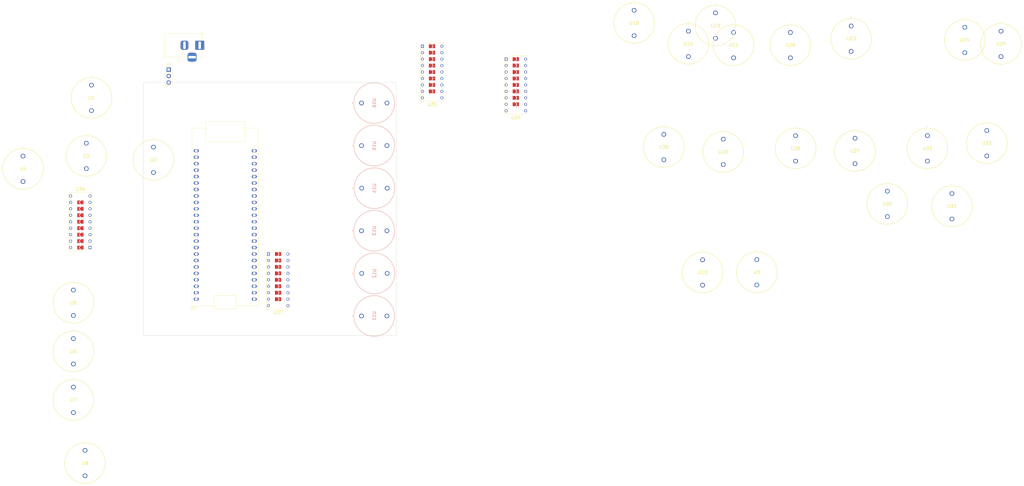
<source format=kicad_pcb>
(kicad_pcb (version 20221018) (generator pcbnew)
  (layers (0 "F.Cu" signal) (31 "B.Cu" signal) (34 "B.Paste" user) (35 "F.Paste" user) (36 "B.SilkS" user "B.Silkscreen") (37 "F.SilkS" user "F.Silkscreen") (38 "B.Mask" user) (39 "F.Mask" user) (44 "Edge.Cuts" user))
  (net 0 "")
  (net 1 "GND")
  (net 2 "Net-(J2-Pin_1)")
  (net 3 "Net-(J2-Pin_2)")
  (net 4 "+5V")
  (net 5 "Net-(U36-O8)")
  (net 6 "Net-(U36-O7)")
  (net 7 "Net-(U36-O6)")
  (net 8 "Net-(U36-O5)")
  (net 9 "Net-(U36-O4)")
  (net 10 "Net-(U36-O3)")
  (net 11 "Net-(U36-O2)")
  (net 12 "Net-(U36-O1)")
  (net 13 "Net-(U37-O8)")
  (net 14 "Net-(U37-O7)")
  (net 15 "Net-(U37-O6)")
  (net 16 "Net-(U37-O5)")
  (net 17 "Net-(U37-O4)")
  (net 18 "Net-(U37-O3)")
  (net 19 "Net-(U37-O2)")
  (net 20 "Net-(U37-O1)")
  (net 21 "Net-(U17-IOB31B{slash}TF_CS{slash}38)")
  (net 22 "Net-(U17-IO31A{slash}TF_MOSI{slash}37)")
  (net 23 "Net-(U17-IOB33A{slash}TF_MISO{slash}39)")
  (net 24 "Net-(U17-IOB29B{slash}TF_SCK{slash}36)")
  (net 25 "Net-(U17-IOB8A{slash}25)")
  (net 26 "Net-(U17-IOB8B{slash}26)")
  (net 27 "Net-(U17-IOB11A{slash}27)")
  (net 28 "Net-(U17-IOB11B{slash}28)")
  (net 29 "Net-(U17-IOB13A{slash}29)")
  (net 30 "Net-(U17-IOB13B{slash}30)")
  (net 31 "Net-(U17-IOB23A{slash}RGB_DE{slash}33)")
  (net 32 "Net-(U17-IOB23B{slash}RGB_VS{slash}34)")
  (net 33 "Net-(U17-IOB33B{slash}RGB_HS{slash}40)")
  (net 34 "Net-(U17-IOB29A{slash}RGB_CK{slash}35)")
  (net 35 "Net-(U17-IOB41A{slash}RGB_B7{slash}41)")
  (net 36 "Net-(U17-IOB41B{slash}RGB_B6{slash}42)")
  (net 37 "Net-(U17-IOR17B{slash}RGB_B5{slash}51)")
  (net 38 "Net-(U17-IOR15B{slash}RGB_B4{slash}53)")
  (net 39 "Net-(U17-IOR15A{slash}RGB_B3{slash}54)")
  (net 40 "Net-(U17-IOR14B{slash}RGB_G7{slash}55)")
  (net 41 "Net-(U17-IOR14A{slash}RGB_G6{slash}56)")
  (net 42 "Net-(U17-IOR13A{slash}RGB_G5{slash}57)")
  (net 43 "Net-(U17-IOT42B{slash}RGB_G4{slash}HDMI_CKN{slash}68)")
  (net 44 "Net-(U17-IOT42A{slash}RGB_G3{slash}HDMI_CKP{slash}69)")
  (net 45 "+3.3V")
  (net 50 "Net-(U17-IOT41B{slash}RGB_G2{slash}HDMI_C0N{slash}70)")
  (net 51 "Net-(U17-IOT41A{slash}RGB_R7{slash}HDMI_D0P{slash}71)")
  (net 52 "Net-(U17-IOT39B{slash}RGB_R6{slash}HDMI_D1N{slash}72)")
  (net 53 "Net-(U17-IOT39A{slash}RGB_R5{slash}HDMI_D1P{slash}73)")
  (net 54 "Net-(U17-IOT38B{slash}RGB_R4{slash}HDMI_D2N{slash}74)")
  (net 55 "Net-(U17-IOT38A{slash}RGB_R3{slash}HDMI_D2P{slash}75)")
  (net 56 "Net-(U17-IOT37B{slash}SPILCD_CK{slash}76)")
  (net 57 "Net-(U17-IOT37A{slash}SPILCD_MO{slash}77)")
  (net 67 "Net-(U34-O1)")
  (net 68 "Net-(U34-O2)")
  (net 69 "Net-(U34-O3)")
  (net 70 "Net-(U34-O4)")
  (net 71 "Net-(U34-O5)")
  (net 72 "Net-(U34-O6)")
  (net 73 "Net-(U34-O7)")
  (net 74 "Net-(U34-O8)")
  (net 75 "Net-(U35-O1)")
  (net 76 "Net-(U35-O2)")
  (net 77 "Net-(U35-O3)")
  (net 78 "Net-(U35-O4)")
  (net 79 "Net-(U35-O5)")
  (net 80 "Net-(U35-O6)")
  (net 81 "Net-(U35-O7)")
  (net 82 "Net-(U35-O8)")
  (footprint "SamacSys_Parts:CUSAT80182400TH" (layer "F.Cu") (at 135.128 72.724)
    (fp_text reference "U2" (at 0 5) (layer "F.SilkS") (effects (font (size 1.27 1.27) (thickness 0.254))))
    (fp_text value "CUSA-T80-18-2400-TH" hide)
    (pad "1" thru_hole circle (at 0 0) (size 1.8 1.8) (drill 1.2) (layers "*.Cu" "*.Mask") (net 6 "Net-(U36-O7)"))
    (pad "2" thru_hole circle (at 0 10) (size 1.8 1.8) (drill 1.2) (layers "*.Cu" "*.Mask") (net 3 "Net-(J2-Pin_2)"))
  )
  (footprint "Connector_PinHeader_2.54mm:PinHeader_1x03_P2.54mm_Vertical" (layer "F.Cu") (at 141.103 42.228)
    (fp_text reference "J2" (at 0 -2.33) (layer "F.SilkS"))
    (fp_text value "Conn_01x03")
    (pad "1" thru_hole rect (at 0 0) (size 1.7 1.7) (drill 1) (layers "*.Cu" "*.Mask") (net 2 "Net-(J2-Pin_1)"))
    (pad "2" thru_hole oval (at 0 2.54) (size 1.7 1.7) (drill 1) (layers "*.Cu" "*.Mask") (net 3 "Net-(J2-Pin_2)"))
    (pad "3" thru_hole oval (at 0 5.08) (size 1.7 1.7) (drill 1) (layers "*.Cu" "*.Mask") (net 4 "+5V"))
  )
  (footprint "SamacSys_Parts:CUSAT80182400TH" (layer "F.Cu") (at 454.152 25.56)
    (fp_text reference "U24" (at 0 5) (layer "F.SilkS") (effects (font (size 1.27 1.27) (thickness 0.254))))
    (fp_text value "CUSA-T80-18-2400-TH" hide)
    (pad "1" thru_hole circle (at 0 0) (size 1.8 1.8) (drill 1.2) (layers "*.Cu" "*.Mask") (net 73 "Net-(U34-O7)"))
    (pad "2" thru_hole circle (at 0 10) (size 1.8 1.8) (drill 1.2) (layers "*.Cu" "*.Mask") (net 3 "Net-(J2-Pin_2)"))
  )
  (footprint "SamacSys_Parts:CUSAT80182400TH" (layer "F.Cu") (at 345.44 27.084)
    (fp_text reference "U22" (at 0 5) (layer "F.SilkS") (effects (font (size 1.27 1.27) (thickness 0.254))))
    (fp_text value "CUSA-T80-18-2400-TH" hide)
    (pad "1" thru_hole circle (at 0 0) (size 1.8 1.8) (drill 1.2) (layers "*.Cu" "*.Mask") (net 71 "Net-(U34-O5)"))
    (pad "2" thru_hole circle (at 0 10) (size 1.8 1.8) (drill 1.2) (layers "*.Cu" "*.Mask") (net 3 "Net-(J2-Pin_2)"))
  )
  (footprint "SamacSys_Parts:CUSAT80182400TH" (layer "F.Cu") (at 103.632 148.112)
    (fp_text reference "U6" (at 0 5) (layer "F.SilkS") (effects (font (size 1.27 1.27) (thickness 0.254))))
    (fp_text value "CUSA-T80-18-2400-TH" hide)
    (pad "1" thru_hole circle (at 0 0) (size 1.8 1.8) (drill 1.2) (layers "*.Cu" "*.Mask") (net 10 "Net-(U36-O3)"))
    (pad "2" thru_hole circle (at 0 10) (size 1.8 1.8) (drill 1.2) (layers "*.Cu" "*.Mask") (net 3 "Net-(J2-Pin_2)"))
  )
  (footprint "SamacSys_Parts:CUSAT80182400TH" (layer "F.Cu") (at 462.788 66.2)
    (fp_text reference "U32" (at 0 5) (layer "F.SilkS") (effects (font (size 1.27 1.27) (thickness 0.254))))
    (fp_text value "CUSA-T80-18-2400-TH" hide)
    (pad "1" thru_hole circle (at 0 0) (size 1.8 1.8) (drill 1.2) (layers "*.Cu" "*.Mask") (net 81 "Net-(U35-O7)"))
    (pad "2" thru_hole circle (at 0 10) (size 1.8 1.8) (drill 1.2) (layers "*.Cu" "*.Mask") (net 3 "Net-(J2-Pin_2)"))
  )
  (footprint "SamacSys_Parts:CUSAT80182400TH" (layer "F.Cu") (at 110.744 48.34)
    (fp_text reference "U1" (at 0 5) (layer "F.SilkS") (effects (font (size 1.27 1.27) (thickness 0.254))))
    (fp_text value "CUSA-T80-18-2400-TH" hide)
    (pad "1" thru_hole circle (at 0 0) (size 1.8 1.8) (drill 1.2) (layers "*.Cu" "*.Mask") (net 5 "Net-(U36-O8)"))
    (pad "2" thru_hole circle (at 0 10) (size 1.8 1.8) (drill 1.2) (layers "*.Cu" "*.Mask") (net 3 "Net-(J2-Pin_2)"))
  )
  (footprint "SamacSys_Parts:CUSAT80182400TH" (layer "F.Cu") (at 409.448 25.052)
    (fp_text reference "U23" (at 0 5) (layer "F.SilkS") (effects (font (size 1.27 1.27) (thickness 0.254))))
    (fp_text value "CUSA-T80-18-2400-TH" hide)
    (pad "1" thru_hole circle (at 0 0) (size 1.8 1.8) (drill 1.2) (layers "*.Cu" "*.Mask") (net 72 "Net-(U34-O6)"))
    (pad "2" thru_hole circle (at 0 10) (size 1.8 1.8) (drill 1.2) (layers "*.Cu" "*.Mask") (net 3 "Net-(J2-Pin_2)"))
  )
  (footprint "SamacSys_Parts:CUSAT80182400TH" (layer "F.Cu") (at 103.632 129.012)
    (fp_text reference "U5" (at 0 5) (layer "F.SilkS") (effects (font (size 1.27 1.27) (thickness 0.254))))
    (fp_text value "CUSA-T80-18-2400-TH" hide)
    (pad "1" thru_hole circle (at 0 0) (size 1.8 1.8) (drill 1.2) (layers "*.Cu" "*.Mask") (net 9 "Net-(U36-O4)"))
    (pad "2" thru_hole circle (at 0 10) (size 1.8 1.8) (drill 1.2) (layers "*.Cu" "*.Mask") (net 3 "Net-(J2-Pin_2)"))
  )
  (footprint "SamacSys_Parts:CUSAT80182400TH" (layer "F.Cu") (at 335.788 67.724)
    (fp_text reference "U26" (at 0 5) (layer "F.SilkS") (effects (font (size 1.27 1.27) (thickness 0.254))))
    (fp_text value "CUSA-T80-18-2400-TH" hide)
    (pad "1" thru_hole circle (at 0 0) (size 1.8 1.8) (drill 1.2) (layers "*.Cu" "*.Mask") (net 75 "Net-(U35-O1)"))
    (pad "2" thru_hole circle (at 0 10) (size 1.8 1.8) (drill 1.2) (layers "*.Cu" "*.Mask") (net 3 "Net-(J2-Pin_2)"))
  )
  (footprint "SamacSys_Parts:CUSAT80182400TH" (layer "F.Cu") (at 449.072 91.012)
    (fp_text reference "U31" (at 0 5) (layer "F.SilkS") (effects (font (size 1.27 1.27) (thickness 0.254))))
    (fp_text value "CUSA-T80-18-2400-TH" hide)
    (pad "1" thru_hole circle (at 0 0) (size 1.8 1.8) (drill 1.2) (layers "*.Cu" "*.Mask") (net 80 "Net-(U35-O6)"))
    (pad "2" thru_hole circle (at 0 10) (size 1.8 1.8) (drill 1.2) (layers "*.Cu" "*.Mask") (net 3 "Net-(J2-Pin_2)"))
  )
  (footprint "SamacSys_Parts:CUSAT80182400TH" (layer "F.Cu") (at 410.972 69.248)
    (fp_text reference "U27" (at 0 5) (layer "F.SilkS") (effects (font (size 1.27 1.27) (thickness 0.254))))
    (fp_text value "CUSA-T80-18-2400-TH" hide)
    (pad "1" thru_hole circle (at 0 0) (size 1.8 1.8) (drill 1.2) (layers "*.Cu" "*.Mask") (net 76 "Net-(U35-O2)"))
    (pad "2" thru_hole circle (at 0 10) (size 1.8 1.8) (drill 1.2) (layers "*.Cu" "*.Mask") (net 3 "Net-(J2-Pin_2)"))
  )
  (footprint "Connector_BarrelJack:BarrelJack_Horizontal" (layer "F.Cu") (at 153.303 32.633)
    (fp_text reference "J1" (at -8.45 5.75) (layer "F.SilkS"))
    (fp_text value "Barrel_Jack_Switch")
    (pad "1" thru_hole rect (at 0 0) (size 3.5 3.5) (drill oval 1 3) (layers "*.Cu" "*.Mask") (net 1 "GND"))
    (pad "2" thru_hole roundrect (at -6 0) (size 3 3.5) (drill oval 1 3) (layers "*.Cu" "*.Mask") (net 1 "GND"))
    (pad "3" thru_hole roundrect (at -3 4.7) (size 3.5 3.5) (drill oval 3 1) (layers "*.Cu" "*.Mask") (net 2 "Net-(J2-Pin_1)"))
  )
  (footprint "MyLibrary:DIP762W55P254L2286H480Q18N_with_solderjumper" (layer "F.Cu") (at 106.352 102.108 180)
    (fp_text reference "U36" (at 0 12.827) (layer "F.SilkS") (effects (font (size 1.27 1.27) (thickness 0.254))))
    (fp_text value "ULN2803A" hide)
    (pad "1" thru_hole rect (at -3.81 -10.16 180) (size 1.15 1.15) (drill 0.75) (layers "*.Cu" "*.Mask") (net 57 "Net-(U17-IOT37A{slash}SPILCD_MO{slash}77)"))
    (pad "1" smd custom (at -0.762 -10.16 180) (size 0.3 0.3) (layers "F.Cu" "F.Mask") (net 57 "Net-(U17-IOT37A{slash}SPILCD_MO{slash}77)") (options (clearance outline) (anchor rect)) (primitives (gr_poly (pts (xy 1 0) (xy 0.5 0.75) (xy -0.5 0.75) (xy -0.5 -0.75) (xy 0.5 -0.75)) (width 0) (fill yes))))
    (pad "2" thru_hole circle (at -3.81 -7.62 180) (size 1.15 1.15) (drill 0.75) (layers "*.Cu" "*.Mask") (net 56 "Net-(U17-IOT37B{slash}SPILCD_CK{slash}76)"))
    (pad "2" smd custom (at -0.762 -7.62 180) (size 0.3 0.3) (layers "F.Cu" "F.Mask") (net 56 "Net-(U17-IOT37B{slash}SPILCD_CK{slash}76)") (options (clearance outline) (anchor rect)) (primitives (gr_poly (pts (xy 1 0) (xy 0.5 0.75) (xy -0.5 0.75) (xy -0.5 -0.75) (xy 0.5 -0.75)) (width 0) (fill yes))))
    (pad "3" thru_hole circle (at -3.81 -5.08 180) (size 1.15 1.15) (drill 0.75) (layers "*.Cu" "*.Mask") (net 55 "Net-(U17-IOT38A{slash}RGB_R3{slash}HDMI_D2P{slash}75)"))
    (pad "3" smd custom (at -0.762 -5.08 180) (size 0.3 0.3) (layers "F.Cu" "F.Mask") (net 55 "Net-(U17-IOT38A{slash}RGB_R3{slash}HDMI_D2P{slash}75)") (options (clearance outline) (anchor rect)) (primitives (gr_poly (pts (xy 1 0) (xy 0.5 0.75) (xy -0.5 0.75) (xy -0.5 -0.75) (xy 0.5 -0.75)) (width 0) (fill yes))))
    (pad "4" thru_hole circle (at -3.81 -2.54 180) (size 1.15 1.15) (drill 0.75) (layers "*.Cu" "*.Mask") (net 54 "Net-(U17-IOT38B{slash}RGB_R4{slash}HDMI_D2N{slash}74)"))
    (pad "4" smd custom (at -0.762 -2.54 180) (size 0.3 0.3) (layers "F.Cu" "F.Mask") (net 54 "Net-(U17-IOT38B{slash}RGB_R4{slash}HDMI_D2N{slash}74)") (options (clearance outline) (anchor rect)) (primitives (gr_poly (pts (xy 1 0) (xy 0.5 0.75) (xy -0.5 0.75) (xy -0.5 -0.75) (xy 0.5 -0.75)) (width 0) (fill yes))))
    (pad "5" thru_hole circle (at -3.81 0 180) (size 1.15 1.15) (drill 0.75) (layers "*.Cu" "*.Mask") (net 53 "Net-(U17-IOT39A{slash}RGB_R5{slash}HDMI_D1P{slash}73)"))
    (pad "5" smd custom (at -0.762 0 180) (size 0.3 0.3) (layers "F.Cu" "F.Mask") (net 53 "Net-(U17-IOT39A{slash}RGB_R5{slash}HDMI_D1P{slash}73)") (options (clearance outline) (anchor rect)) (primitives (gr_poly (pts (xy 1 0) (xy 0.5 0.75) (xy -0.5 0.75) (xy -0.5 -0.75) (xy 0.5 -0.75)) (width 0) (fill yes))))
    (pad "6" thru_hole circle (at -3.81 2.54 180) (size 1.15 1.15) (drill 0.75) (layers "*.Cu" "*.Mask") (net 52 "Net-(U17-IOT39B{slash}RGB_R6{slash}HDMI_D1N{slash}72)"))
    (pad "6" smd custom (at -0.762 2.54 180) (size 0.3 0.3) (layers "F.Cu" "F.Mask") (net 52 "Net-(U17-IOT39B{slash}RGB_R6{slash}HDMI_D1N{slash}72)") (options (clearance outline) (anchor rect)) (primitives (gr_poly (pts (xy 1 0) (xy 0.5 0.75) (xy -0.5 0.75) (xy -0.5 -0.75) (xy 0.5 -0.75)) (width 0) (fill yes))))
    (pad "7" thru_hole circle (at -3.81 5.08 180) (size 1.15 1.15) (drill 0.75) (layers "*.Cu" "*.Mask") (net 51 "Net-(U17-IOT41A{slash}RGB_R7{slash}HDMI_D0P{slash}71)"))
    (pad "7" smd custom (at -0.762 5.08 180) (size 0.3 0.3) (layers "F.Cu" "F.Mask") (net 51 "Net-(U17-IOT41A{slash}RGB_R7{slash}HDMI_D0P{slash}71)") (options (clearance outline) (anchor rect)) (primitives (gr_poly (pts (xy 1 0) (xy 0.5 0.75) (xy -0.5 0.75) (xy -0.5 -0.75) (xy 0.5 -0.75)) (width 0) (fill yes))))
    (pad "8" thru_hole circle (at -3.81 7.62 180) (size 1.15 1.15) (drill 0.75) (layers "*.Cu" "*.Mask") (net 50 "Net-(U17-IOT41B{slash}RGB_G2{slash}HDMI_C0N{slash}70)"))
    (pad "8" smd custom (at -0.762 7.62 180) (size 0.3 0.3) (layers "F.Cu" "F.Mask") (net 50 "Net-(U17-IOT41B{slash}RGB_G2{slash}HDMI_C0N{slash}70)") (options (clearance outline) (anchor rect)) (primitives (gr_poly (pts (xy 1 0) (xy 0.5 0.75) (xy -0.5 0.75) (xy -0.5 -0.75) (xy 0.5 -0.75)) (width 0) (fill yes))))
    (pad "9" thru_hole circle (at -3.81 10.16 180) (size 1.15 1.15) (drill 0.75) (layers "*.Cu" "*.Mask") (net 1 "GND"))
    (pad "10" thru_hole circle (at 3.81 10.16 180) (size 1.15 1.15) (drill 0.75) (layers "*.Cu" "*.Mask"))
    (pad "11" smd custom (at 0.688 7.62 180) (size 0.3 0.3) (layers "F.Cu" "F.Mask") (net 5 "Net-(U36-O8)") (options (clearance outline) (anchor rect)) (primitives (gr_poly (pts (xy 0.5 0.75) (xy -0.65 0.75) (xy -0.15 0) (xy -0.65 -0.75) (xy 0.5 -0.75)) (width 0) (fill yes))))
    (pad "11" thru_hole circle (at 3.81 7.62 180) (size 1.15 1.15) (drill 0.75) (layers "*.Cu" "*.Mask") (net 5 "Net-(U36-O8)"))
    (pad "12" smd custom (at 0.688 5.08 180) (size 0.3 0.3) (layers "F.Cu" "F.Mask") (net 6 "Net-(U36-O7)") (options (clearance outline) (anchor rect)) (primitives (gr_poly (pts (xy 0.5 0.75) (xy -0.65 0.75) (xy -0.15 0) (xy -0.65 -0.75) (xy 0.5 -0.75)) (width 0) (fill yes))))
    (pad "12" thru_hole circle (at 3.81 5.08 180) (size 1.15 1.15) (drill 0.75) (layers "*.Cu" "*.Mask") (net 6 "Net-(U36-O7)"))
    (pad "13" smd custom (at 0.688 2.54 180) (size 0.3 0.3) (layers "F.Cu" "F.Mask") (net 7 "Net-(U36-O6)") (options (clearance outline) (anchor rect)) (primitives (gr_poly (pts (xy 0.5 0.75) (xy -0.65 0.75) (xy -0.15 0) (xy -0.65 -0.75) (xy 0.5 -0.75)) (width 0) (fill yes))))
    (pad "13" thru_hole circle (at 3.81 2.54 180) (size 1.15 1.15) (drill 0.75) (layers "*.Cu" "*.Mask") (net 7 "Net-(U36-O6)"))
    (pad "14" smd custom (at 0.688 0 180) (size 0.3 0.3) (layers "F.Cu" "F.Mask") (net 8 "Net-(U36-O5)") (options (clearance outline) (anchor rect)) (primitives (gr_poly (pts (xy 0.5 0.75) (xy -0.65 0.75) (xy -0.15 0) (xy -0.65 -0.75) (xy 0.5 -0.75)) (width 0) (fill yes))))
    (pad "14" thru_hole circle (at 3.81 0 180) (size 1.15 1.15) (drill 0.75) (layers "*.Cu" "*.Mask") (net 8 "Net-(U36-O5)"))
    (pad "15" smd custom (at 0.688 -2.54 180) (size 0.3 0.3) (layers "F.Cu" "F.Mask") (net 9 "Net-(U36-O4)") (options (clearance outline) (anchor rect)) (primitives (gr_poly (pts (xy 0.5 0.75) (xy -0.65 0.75) (xy -0.15 0) (xy -0.65 -0.75) (xy 0.5 -0.75)) (width 0) (fill yes))))
    (pad "15" thru_hole circle (at 3.81 -2.54 180) (size 1.15 1.15) (drill 0.75) (layers "*.Cu" "*.Mask") (net 9 "Net-(U36-O4)"))
    (pad "16" smd custom (at 0.688 -5.08 180) (size 0.3 0.3) (layers "F.Cu" "F.Mask") (net 10 "Net-(U36-O3)") (options (clearance outline) (anchor rect)) (primitives (gr_poly (pts (xy 0.5 0.75) (xy -0.65 0.75) (xy -0.15 0) (xy -0.65 -0.75) (xy 0.5 -0.75)) (width 0) (fill yes))))
    (pad "16" thru_hole circle (at 3.81 -5.08 180) (size 1.15 1.15) (drill 0.75) (layers "*.Cu" "*.Mask") (net 10 "Net-(U36-O3)"))
    (pad "17" smd custom (at 0.688 -7.62 180) (size 0.3 0.3) (layers "F.Cu" "F.Mask") (net 11 "Net-(U36-O2)") (options (clearance outline) (anchor rect)) (primitives (gr_poly (pts (xy 0.5 0.75) (xy -0.65 0.75) (xy -0.15 0) (xy -0.65 -0.75) (xy 0.5 -0.75)) (width 0) (fill yes))))
    (pad "17" thru_hole circle (at 3.81 -7.62 180) (size 1.15 1.15) (drill 0.75) (layers "*.Cu" "*.Mask") (net 11 "Net-(U36-O2)"))
    (pad "18" smd custom (at 0.688 -10.16 180) (size 0.3 0.3) (layers "F.Cu" "F.Mask") (net 12 "Net-(U36-O1)") (options (clearance outline) (anchor rect)) (primitives (gr_poly (pts (xy 0.5 0.75) (xy -0.65 0.75) (xy -0.15 0) (xy -0.65 -0.75) (xy 0.5 -0.75)) (width 0) (fill yes))))
    (pad "18" thru_hole circle (at 3.81 -10.16 180) (size 1.15 1.15) (drill 0.75) (layers "*.Cu" "*.Mask") (net 12 "Net-(U36-O1)"))
  )
  (footprint "MyLibrary:DIP762W55P254L2286H480Q18N_with_solderjumper" (layer "F.Cu") (at 184.15 124.968)
    (fp_text reference "U37" (at 0 12.827) (layer "F.SilkS") (effects (font (size 1.27 1.27) (thickness 0.254))))
    (fp_text value "ULN2803A" hide)
    (pad "1" thru_hole rect (at -3.81 -10.16) (size 1.15 1.15) (drill 0.75) (layers "*.Cu" "*.Mask") (net 28 "Net-(U17-IOB11B{slash}28)"))
    (pad "1" smd custom (at -0.762 -10.16) (size 0.3 0.3) (layers "F.Cu" "F.Mask") (net 28 "Net-(U17-IOB11B{slash}28)") (options (clearance outline) (anchor rect)) (primitives (gr_poly (pts (xy 1 0) (xy 0.5 0.75) (xy -0.5 0.75) (xy -0.5 -0.75) (xy 0.5 -0.75)) (width 0) (fill yes))))
    (pad "2" thru_hole circle (at -3.81 -7.62) (size 1.15 1.15) (drill 0.75) (layers "*.Cu" "*.Mask") (net 27 "Net-(U17-IOB11A{slash}27)"))
    (pad "2" smd custom (at -0.762 -7.62) (size 0.3 0.3) (layers "F.Cu" "F.Mask") (net 27 "Net-(U17-IOB11A{slash}27)") (options (clearance outline) (anchor rect)) (primitives (gr_poly (pts (xy 1 0) (xy 0.5 0.75) (xy -0.5 0.75) (xy -0.5 -0.75) (xy 0.5 -0.75)) (width 0) (fill yes))))
    (pad "3" thru_hole circle (at -3.81 -5.08) (size 1.15 1.15) (drill 0.75) (layers "*.Cu" "*.Mask") (net 26 "Net-(U17-IOB8B{slash}26)"))
    (pad "3" smd custom (at -0.762 -5.08) (size 0.3 0.3) (layers "F.Cu" "F.Mask") (net 26 "Net-(U17-IOB8B{slash}26)") (options (clearance outline) (anchor rect)) (primitives (gr_poly (pts (xy 1 0) (xy 0.5 0.75) (xy -0.5 0.75) (xy -0.5 -0.75) (xy 0.5 -0.75)) (width 0) (fill yes))))
    (pad "4" thru_hole circle (at -3.81 -2.54) (size 1.15 1.15) (drill 0.75) (layers "*.Cu" "*.Mask") (net 25 "Net-(U17-IOB8A{slash}25)"))
    (pad "4" smd custom (at -0.762 -2.54) (size 0.3 0.3) (layers "F.Cu" "F.Mask") (net 25 "Net-(U17-IOB8A{slash}25)") (options (clearance outline) (anchor rect)) (primitives (gr_poly (pts (xy 1 0) (xy 0.5 0.75) (xy -0.5 0.75) (xy -0.5 -0.75) (xy 0.5 -0.75)) (width 0) (fill yes))))
    (pad "5" thru_hole circle (at -3.81 0) (size 1.15 1.15) (drill 0.75) (layers "*.Cu" "*.Mask") (net 24 "Net-(U17-IOB29B{slash}TF_SCK{slash}36)"))
    (pad "5" smd custom (at -0.762 0) (size 0.3 0.3) (layers "F.Cu" "F.Mask") (net 24 "Net-(U17-IOB29B{slash}TF_SCK{slash}36)") (options (clearance outline) (anchor rect)) (primitives (gr_poly (pts (xy 1 0) (xy 0.5 0.75) (xy -0.5 0.75) (xy -0.5 -0.75) (xy 0.5 -0.75)) (width 0) (fill yes))))
    (pad "6" thru_hole circle (at -3.81 2.54) (size 1.15 1.15) (drill 0.75) (layers "*.Cu" "*.Mask") (net 23 "Net-(U17-IOB33A{slash}TF_MISO{slash}39)"))
    (pad "6" smd custom (at -0.762 2.54) (size 0.3 0.3) (layers "F.Cu" "F.Mask") (net 23 "Net-(U17-IOB33A{slash}TF_MISO{slash}39)") (options (clearance outline) (anchor rect)) (primitives (gr_poly (pts (xy 1 0) (xy 0.5 0.75) (xy -0.5 0.75) (xy -0.5 -0.75) (xy 0.5 -0.75)) (width 0) (fill yes))))
    (pad "7" thru_hole circle (at -3.81 5.08) (size 1.15 1.15) (drill 0.75) (layers "*.Cu" "*.Mask") (net 22 "Net-(U17-IO31A{slash}TF_MOSI{slash}37)"))
    (pad "7" smd custom (at -0.762 5.08) (size 0.3 0.3) (layers "F.Cu" "F.Mask") (net 22 "Net-(U17-IO31A{slash}TF_MOSI{slash}37)") (options (clearance outline) (anchor rect)) (primitives (gr_poly (pts (xy 1 0) (xy 0.5 0.75) (xy -0.5 0.75) (xy -0.5 -0.75) (xy 0.5 -0.75)) (width 0) (fill yes))))
    (pad "8" thru_hole circle (at -3.81 7.62) (size 1.15 1.15) (drill 0.75) (layers "*.Cu" "*.Mask") (net 21 "Net-(U17-IOB31B{slash}TF_CS{slash}38)"))
    (pad "8" smd custom (at -0.762 7.62) (size 0.3 0.3) (layers "F.Cu" "F.Mask") (net 21 "Net-(U17-IOB31B{slash}TF_CS{slash}38)") (options (clearance outline) (anchor rect)) (primitives (gr_poly (pts (xy 1 0) (xy 0.5 0.75) (xy -0.5 0.75) (xy -0.5 -0.75) (xy 0.5 -0.75)) (width 0) (fill yes))))
    (pad "9" thru_hole circle (at -3.81 10.16) (size 1.15 1.15) (drill 0.75) (layers "*.Cu" "*.Mask") (net 1 "GND"))
    (pad "10" thru_hole circle (at 3.81 10.16) (size 1.15 1.15) (drill 0.75) (layers "*.Cu" "*.Mask"))
    (pad "11" smd custom (at 0.688 7.62) (size 0.3 0.3) (layers "F.Cu" "F.Mask") (net 13 "Net-(U37-O8)") (options (clearance outline) (anchor rect)) (primitives (gr_poly (pts (xy 0.5 0.75) (xy -0.65 0.75) (xy -0.15 0) (xy -0.65 -0.75) (xy 0.5 -0.75)) (width 0) (fill yes))))
    (pad "11" thru_hole circle (at 3.81 7.62) (size 1.15 1.15) (drill 0.75) (layers "*.Cu" "*.Mask") (net 13 "Net-(U37-O8)"))
    (pad "12" smd custom (at 0.688 5.08) (size 0.3 0.3) (layers "F.Cu" "F.Mask") (net 14 "Net-(U37-O7)") (options (clearance outline) (anchor rect)) (primitives (gr_poly (pts (xy 0.5 0.75) (xy -0.65 0.75) (xy -0.15 0) (xy -0.65 -0.75) (xy 0.5 -0.75)) (width 0) (fill yes))))
    (pad "12" thru_hole circle (at 3.81 5.08) (size 1.15 1.15) (drill 0.75) (layers "*.Cu" "*.Mask") (net 14 "Net-(U37-O7)"))
    (pad "13" smd custom (at 0.688 2.54) (size 0.3 0.3) (layers "F.Cu" "F.Mask") (net 15 "Net-(U37-O6)") (options (clearance outline) (anchor rect)) (primitives (gr_poly (pts (xy 0.5 0.75) (xy -0.65 0.75) (xy -0.15 0) (xy -0.65 -0.75) (xy 0.5 -0.75)) (width 0) (fill yes))))
    (pad "13" thru_hole circle (at 3.81 2.54) (size 1.15 1.15) (drill 0.75) (layers "*.Cu" "*.Mask") (net 15 "Net-(U37-O6)"))
    (pad "14" smd custom (at 0.688 0) (size 0.3 0.3) (layers "F.Cu" "F.Mask") (net 16 "Net-(U37-O5)") (options (clearance outline) (anchor rect)) (primitives (gr_poly (pts (xy 0.5 0.75) (xy -0.65 0.75) (xy -0.15 0) (xy -0.65 -0.75) (xy 0.5 -0.75)) (width 0) (fill yes))))
    (pad "14" thru_hole circle (at 3.81 0) (size 1.15 1.15) (drill 0.75) (layers "*.Cu" "*.Mask") (net 16 "Net-(U37-O5)"))
    (pad "15" smd custom (at 0.688 -2.54) (size 0.3 0.3) (layers "F.Cu" "F.Mask") (net 17 "Net-(U37-O4)") (options (clearance outline) (anchor rect)) (primitives (gr_poly (pts (xy 0.5 0.75) (xy -0.65 0.75) (xy -0.15 0) (xy -0.65 -0.75) (xy 0.5 -0.75)) (width 0) (fill yes))))
    (pad "15" thru_hole circle (at 3.81 -2.54) (size 1.15 1.15) (drill 0.75) (layers "*.Cu" "*.Mask") (net 17 "Net-(U37-O4)"))
    (pad "16" smd custom (at 0.688 -5.08) (size 0.3 0.3) (layers "F.Cu" "F.Mask") (net 18 "Net-(U37-O3)") (options (clearance outline) (anchor rect)) (primitives (gr_poly (pts (xy 0.5 0.75) (xy -0.65 0.75) (xy -0.15 0) (xy -0.65 -0.75) (xy 0.5 -0.75)) (width 0) (fill yes))))
    (pad "16" thru_hole circle (at 3.81 -5.08) (size 1.15 1.15) (drill 0.75) (layers "*.Cu" "*.Mask") (net 18 "Net-(U37-O3)"))
    (pad "17" smd custom (at 0.688 -7.62) (size 0.3 0.3) (layers "F.Cu" "F.Mask") (net 19 "Net-(U37-O2)") (options (clearance outline) (anchor rect)) (primitives (gr_poly (pts (xy 0.5 0.75) (xy -0.65 0.75) (xy -0.15 0) (xy -0.65 -0.75) (xy 0.5 -0.75)) (width 0) (fill yes))))
    (pad "17" thru_hole circle (at 3.81 -7.62) (size 1.15 1.15) (drill 0.75) (layers "*.Cu" "*.Mask") (net 19 "Net-(U37-O2)"))
    (pad "18" smd custom (at 0.688 -10.16) (size 0.3 0.3) (layers "F.Cu" "F.Mask") (net 20 "Net-(U37-O1)") (options (clearance outline) (anchor rect)) (primitives (gr_poly (pts (xy 0.5 0.75) (xy -0.65 0.75) (xy -0.15 0) (xy -0.65 -0.75) (xy 0.5 -0.75)) (width 0) (fill yes))))
    (pad "18" thru_hole circle (at 3.81 -10.16) (size 1.15 1.15) (drill 0.75) (layers "*.Cu" "*.Mask") (net 20 "Net-(U37-O1)"))
  )
  (footprint "SamacSys_Parts:CUSAT80182400TH" (layer "F.Cu") (at 108.712 71.2)
    (fp_text reference "U3" (at 0 5) (layer "F.SilkS") (effects (font (size 1.27 1.27) (thickness 0.254))))
    (fp_text value "CUSA-T80-18-2400-TH" hide)
    (pad "1" thru_hole circle (at 0 0) (size 1.8 1.8) (drill 1.2) (layers "*.Cu" "*.Mask") (net 7 "Net-(U36-O6)"))
    (pad "2" thru_hole circle (at 0 10) (size 1.8 1.8) (drill 1.2) (layers "*.Cu" "*.Mask") (net 3 "Net-(J2-Pin_2)"))
  )
  (footprint "SamacSys_Parts:CUSAT80182400TH" (layer "F.Cu") (at 372.364 117)
    (fp_text reference "U9" (at 0 5) (layer "F.SilkS") (effects (font (size 1.27 1.27) (thickness 0.254))))
    (fp_text value "CUSA-T80-18-2400-TH" hide)
    (pad "1" thru_hole circle (at 0 0) (size 1.8 1.8) (drill 1.2) (layers "*.Cu" "*.Mask") (net 13 "Net-(U37-O8)"))
    (pad "2" thru_hole circle (at 0 10) (size 1.8 1.8) (drill 1.2) (layers "*.Cu" "*.Mask") (net 3 "Net-(J2-Pin_2)"))
  )
  (footprint "SamacSys_Parts:CUSAT80182400TH" (layer "F.Cu") (at 351.028 117.08)
    (fp_text reference "U10" (at 0 5) (layer "F.SilkS") (effects (font (size 1.27 1.27) (thickness 0.254))))
    (fp_text value "CUSA-T80-18-2400-TH" hide)
    (pad "1" thru_hole circle (at 0 0) (size 1.8 1.8) (drill 1.2) (layers "*.Cu" "*.Mask") (net 14 "Net-(U37-O7)"))
    (pad "2" thru_hole circle (at 0 10) (size 1.8 1.8) (drill 1.2) (layers "*.Cu" "*.Mask") (net 3 "Net-(J2-Pin_2)"))
  )
  (footprint "SamacSys_Parts:CUSAT80182400TH" (layer "F.Cu") (at 387.604 68.232)
    (fp_text reference "U28" (at 0 5) (layer "F.SilkS") (effects (font (size 1.27 1.27) (thickness 0.254))))
    (fp_text value "CUSA-T80-18-2400-TH" hide)
    (pad "1" thru_hole circle (at 0 0) (size 1.8 1.8) (drill 1.2) (layers "*.Cu" "*.Mask") (net 77 "Net-(U35-O3)"))
    (pad "2" thru_hole circle (at 0 10) (size 1.8 1.8) (drill 1.2) (layers "*.Cu" "*.Mask") (net 3 "Net-(J2-Pin_2)"))
  )
  (footprint "SamacSys_Parts:CUSAT80182400TH" (layer "F.Cu") (at 324.104 18.876)
    (fp_text reference "U18" (at 0 5) (layer "F.SilkS") (effects (font (size 1.27 1.27) (thickness 0.254))))
    (fp_text value "CUSA-T80-18-2400-TH" hide)
    (pad "1" thru_hole circle (at 0 0) (size 1.8 1.8) (drill 1.2) (layers "*.Cu" "*.Mask") (net 67 "Net-(U34-O1)"))
    (pad "2" thru_hole circle (at 0 10) (size 1.8 1.8) (drill 1.2) (layers "*.Cu" "*.Mask") (net 3 "Net-(J2-Pin_2)"))
  )
  (footprint "MyLibrary:DIP762W55P254L2286H480Q18N_with_solderjumper" (layer "F.Cu") (at 277.622 48.26)
    (fp_text reference "U34" (at 0 12.827) (layer "F.SilkS") (effects (font (size 1.27 1.27) (thickness 0.254))))
    (fp_text value "ULN2803A" hide)
    (pad "1" thru_hole rect (at -3.81 -10.16) (size 1.15 1.15) (drill 0.75) (layers "*.Cu" "*.Mask") (net 44 "Net-(U17-IOT42A{slash}RGB_G3{slash}HDMI_CKP{slash}69)"))
    (pad "1" smd custom (at -0.762 -10.16) (size 0.3 0.3) (layers "F.Cu" "F.Mask") (net 44 "Net-(U17-IOT42A{slash}RGB_G3{slash}HDMI_CKP{slash}69)") (options (clearance outline) (anchor rect)) (primitives (gr_poly (pts (xy 1 0) (xy 0.5 0.75) (xy -0.5 0.75) (xy -0.5 -0.75) (xy 0.5 -0.75)) (width 0) (fill yes))))
    (pad "2" thru_hole circle (at -3.81 -7.62) (size 1.15 1.15) (drill 0.75) (layers "*.Cu" "*.Mask") (net 43 "Net-(U17-IOT42B{slash}RGB_G4{slash}HDMI_CKN{slash}68)"))
    (pad "2" smd custom (at -0.762 -7.62) (size 0.3 0.3) (layers "F.Cu" "F.Mask") (net 43 "Net-(U17-IOT42B{slash}RGB_G4{slash}HDMI_CKN{slash}68)") (options (clearance outline) (anchor rect)) (primitives (gr_poly (pts (xy 1 0) (xy 0.5 0.75) (xy -0.5 0.75) (xy -0.5 -0.75) (xy 0.5 -0.75)) (width 0) (fill yes))))
    (pad "3" thru_hole circle (at -3.81 -5.08) (size 1.15 1.15) (drill 0.75) (layers "*.Cu" "*.Mask") (net 42 "Net-(U17-IOR13A{slash}RGB_G5{slash}57)"))
    (pad "3" smd custom (at -0.762 -5.08) (size 0.3 0.3) (layers "F.Cu" "F.Mask") (net 42 "Net-(U17-IOR13A{slash}RGB_G5{slash}57)") (options (clearance outline) (anchor rect)) (primitives (gr_poly (pts (xy 1 0) (xy 0.5 0.75) (xy -0.5 0.75) (xy -0.5 -0.75) (xy 0.5 -0.75)) (width 0) (fill yes))))
    (pad "4" thru_hole circle (at -3.81 -2.54) (size 1.15 1.15) (drill 0.75) (layers "*.Cu" "*.Mask") (net 41 "Net-(U17-IOR14A{slash}RGB_G6{slash}56)"))
    (pad "4" smd custom (at -0.762 -2.54) (size 0.3 0.3) (layers "F.Cu" "F.Mask") (net 41 "Net-(U17-IOR14A{slash}RGB_G6{slash}56)") (options (clearance outline) (anchor rect)) (primitives (gr_poly (pts (xy 1 0) (xy 0.5 0.75) (xy -0.5 0.75) (xy -0.5 -0.75) (xy 0.5 -0.75)) (width 0) (fill yes))))
    (pad "5" thru_hole circle (at -3.81 0) (size 1.15 1.15) (drill 0.75) (layers "*.Cu" "*.Mask") (net 40 "Net-(U17-IOR14B{slash}RGB_G7{slash}55)"))
    (pad "5" smd custom (at -0.762 0) (size 0.3 0.3) (layers "F.Cu" "F.Mask") (net 40 "Net-(U17-IOR14B{slash}RGB_G7{slash}55)") (options (clearance outline) (anchor rect)) (primitives (gr_poly (pts (xy 1 0) (xy 0.5 0.75) (xy -0.5 0.75) (xy -0.5 -0.75) (xy 0.5 -0.75)) (width 0) (fill yes))))
    (pad "6" thru_hole circle (at -3.81 2.54) (size 1.15 1.15) (drill 0.75) (layers "*.Cu" "*.Mask") (net 39 "Net-(U17-IOR15A{slash}RGB_B3{slash}54)"))
    (pad "6" smd custom (at -0.762 2.54) (size 0.3 0.3) (layers "F.Cu" "F.Mask") (net 39 "Net-(U17-IOR15A{slash}RGB_B3{slash}54)") (options (clearance outline) (anchor rect)) (primitives (gr_poly (pts (xy 1 0) (xy 0.5 0.75) (xy -0.5 0.75) (xy -0.5 -0.75) (xy 0.5 -0.75)) (width 0) (fill yes))))
    (pad "7" thru_hole circle (at -3.81 5.08) (size 1.15 1.15) (drill 0.75) (layers "*.Cu" "*.Mask") (net 38 "Net-(U17-IOR15B{slash}RGB_B4{slash}53)"))
    (pad "7" smd custom (at -0.762 5.08) (size 0.3 0.3) (layers "F.Cu" "F.Mask") (net 38 "Net-(U17-IOR15B{slash}RGB_B4{slash}53)") (options (clearance outline) (anchor rect)) (primitives (gr_poly (pts (xy 1 0) (xy 0.5 0.75) (xy -0.5 0.75) (xy -0.5 -0.75) (xy 0.5 -0.75)) (width 0) (fill yes))))
    (pad "8" thru_hole circle (at -3.81 7.62) (size 1.15 1.15) (drill 0.75) (layers "*.Cu" "*.Mask") (net 37 "Net-(U17-IOR17B{slash}RGB_B5{slash}51)"))
    (pad "8" smd custom (at -0.762 7.62) (size 0.3 0.3) (layers "F.Cu" "F.Mask") (net 37 "Net-(U17-IOR17B{slash}RGB_B5{slash}51)") (options (clearance outline) (anchor rect)) (primitives (gr_poly (pts (xy 1 0) (xy 0.5 0.75) (xy -0.5 0.75) (xy -0.5 -0.75) (xy 0.5 -0.75)) (width 0) (fill yes))))
    (pad "9" thru_hole circle (at -3.81 10.16) (size 1.15 1.15) (drill 0.75) (layers "*.Cu" "*.Mask") (net 1 "GND"))
    (pad "10" thru_hole circle (at 3.81 10.16) (size 1.15 1.15) (drill 0.75) (layers "*.Cu" "*.Mask"))
    (pad "11" smd custom (at 0.688 7.62) (size 0.3 0.3) (layers "F.Cu" "F.Mask") (net 74 "Net-(U34-O8)") (options (clearance outline) (anchor rect)) (primitives (gr_poly (pts (xy 0.5 0.75) (xy -0.65 0.75) (xy -0.15 0) (xy -0.65 -0.75) (xy 0.5 -0.75)) (width 0) (fill yes))))
    (pad "11" thru_hole circle (at 3.81 7.62) (size 1.15 1.15) (drill 0.75) (layers "*.Cu" "*.Mask") (net 74 "Net-(U34-O8)"))
    (pad "12" smd custom (at 0.688 5.08) (size 0.3 0.3) (layers "F.Cu" "F.Mask") (net 73 "Net-(U34-O7)") (options (clearance outline) (anchor rect)) (primitives (gr_poly (pts (xy 0.5 0.75) (xy -0.65 0.75) (xy -0.15 0) (xy -0.65 -0.75) (xy 0.5 -0.75)) (width 0) (fill yes))))
    (pad "12" thru_hole circle (at 3.81 5.08) (size 1.15 1.15) (drill 0.75) (layers "*.Cu" "*.Mask") (net 73 "Net-(U34-O7)"))
    (pad "13" smd custom (at 0.688 2.54) (size 0.3 0.3) (layers "F.Cu" "F.Mask") (net 72 "Net-(U34-O6)") (options (clearance outline) (anchor rect)) (primitives (gr_poly (pts (xy 0.5 0.75) (xy -0.65 0.75) (xy -0.15 0) (xy -0.65 -0.75) (xy 0.5 -0.75)) (width 0) (fill yes))))
    (pad "13" thru_hole circle (at 3.81 2.54) (size 1.15 1.15) (drill 0.75) (layers "*.Cu" "*.Mask") (net 72 "Net-(U34-O6)"))
    (pad "14" smd custom (at 0.688 0) (size 0.3 0.3) (layers "F.Cu" "F.Mask") (net 71 "Net-(U34-O5)") (options (clearance outline) (anchor rect)) (primitives (gr_poly (pts (xy 0.5 0.75) (xy -0.65 0.75) (xy -0.15 0) (xy -0.65 -0.75) (xy 0.5 -0.75)) (width 0) (fill yes))))
    (pad "14" thru_hole circle (at 3.81 0) (size 1.15 1.15) (drill 0.75) (layers "*.Cu" "*.Mask") (net 71 "Net-(U34-O5)"))
    (pad "15" smd custom (at 0.688 -2.54) (size 0.3 0.3) (layers "F.Cu" "F.Mask") (net 70 "Net-(U34-O4)") (options (clearance outline) (anchor rect)) (primitives (gr_poly (pts (xy 0.5 0.75) (xy -0.65 0.75) (xy -0.15 0) (xy -0.65 -0.75) (xy 0.5 -0.75)) (width 0) (fill yes))))
    (pad "15" thru_hole circle (at 3.81 -2.54) (size 1.15 1.15) (drill 0.75) (layers "*.Cu" "*.Mask") (net 70 "Net-(U34-O4)"))
    (pad "16" smd custom (at 0.688 -5.08) (size 0.3 0.3) (layers "F.Cu" "F.Mask") (net 69 "Net-(U34-O3)") (options (clearance outline) (anchor rect)) (primitives (gr_poly (pts (xy 0.5 0.75) (xy -0.65 0.75) (xy -0.15 0) (xy -0.65 -0.75) (xy 0.5 -0.75)) (width 0) (fill yes))))
    (pad "16" thru_hole circle (at 3.81 -5.08) (size 1.15 1.15) (drill 0.75) (layers "*.Cu" "*.Mask") (net 69 "Net-(U34-O3)"))
    (pad "17" smd custom (at 0.688 -7.62) (size 0.3 0.3) (layers "F.Cu" "F.Mask") (net 68 "Net-(U34-O2)") (options (clearance outline) (anchor rect)) (primitives (gr_poly (pts (xy 0.5 0.75) (xy -0.65 0.75) (xy -0.15 0) (xy -0.65 -0.75) (xy 0.5 -0.75)) (width 0) (fill yes))))
    (pad "17" thru_hole circle (at 3.81 -7.62) (size 1.15 1.15) (drill 0.75) (layers "*.Cu" "*.Mask") (net 68 "Net-(U34-O2)"))
    (pad "18" smd custom (at 0.688 -10.16) (size 0.3 0.3) (layers "F.Cu" "F.Mask") (net 67 "Net-(U34-O1)") (options (clearance outline) (anchor rect)) (primitives (gr_poly (pts (xy 0.5 0.75) (xy -0.65 0.75) (xy -0.15 0) (xy -0.65 -0.75) (xy 0.5 -0.75)) (width 0) (fill yes))))
    (pad "18" thru_hole circle (at 3.81 -10.16) (size 1.15 1.15) (drill 0.75) (layers "*.Cu" "*.Mask") (net 67 "Net-(U34-O1)"))
  )
  (footprint "SamacSys_Parts:CUSAT80182400TH" (layer "F.Cu") (at 468.376 27.084)
    (fp_text reference "U25" (at 0 5) (layer "F.SilkS") (effects (font (size 1.27 1.27) (thickness 0.254))))
    (fp_text value "CUSA-T80-18-2400-TH" hide)
    (pad "1" thru_hole circle (at 0 0) (size 1.8 1.8) (drill 1.2) (layers "*.Cu" "*.Mask") (net 74 "Net-(U34-O8)"))
    (pad "2" thru_hole circle (at 0 10) (size 1.8 1.8) (drill 1.2) (layers "*.Cu" "*.Mask") (net 3 "Net-(J2-Pin_2)"))
  )
  (footprint "SamacSys_Parts:CUSAT80182400TH" (layer "F.Cu") (at 103.632 167.212)
    (fp_text reference "U7" (at 0 5) (layer "F.SilkS") (effects (font (size 1.27 1.27) (thickness 0.254))))
    (fp_text value "CUSA-T80-18-2400-TH" hide)
    (pad "1" thru_hole circle (at 0 0) (size 1.8 1.8) (drill 1.2) (layers "*.Cu" "*.Mask") (net 11 "Net-(U36-O2)"))
    (pad "2" thru_hole circle (at 0 10) (size 1.8 1.8) (drill 1.2) (layers "*.Cu" "*.Mask") (net 3 "Net-(J2-Pin_2)"))
  )
  (footprint "MyLibrary:DIP762W55P254L2286H480Q18N_with_solderjumper" (layer "F.Cu") (at 244.676 43.18)
    (fp_text reference "U35" (at 0 12.827) (layer "F.SilkS") (effects (font (size 1.27 1.27) (thickness 0.254))))
    (fp_text value "ULN2803A" hide)
    (pad "1" thru_hole rect (at -3.81 -10.16) (size 1.15 1.15) (drill 0.75) (layers "*.Cu" "*.Mask") (net 36 "Net-(U17-IOB41B{slash}RGB_B6{slash}42)"))
    (pad "1" smd custom (at -0.762 -10.16) (size 0.3 0.3) (layers "F.Cu" "F.Mask") (net 36 "Net-(U17-IOB41B{slash}RGB_B6{slash}42)") (options (clearance outline) (anchor rect)) (primitives (gr_poly (pts (xy 1 0) (xy 0.5 0.75) (xy -0.5 0.75) (xy -0.5 -0.75) (xy 0.5 -0.75)) (width 0) (fill yes))))
    (pad "2" thru_hole circle (at -3.81 -7.62) (size 1.15 1.15) (drill 0.75) (layers "*.Cu" "*.Mask") (net 35 "Net-(U17-IOB41A{slash}RGB_B7{slash}41)"))
    (pad "2" smd custom (at -0.762 -7.62) (size 0.3 0.3) (layers "F.Cu" "F.Mask") (net 35 "Net-(U17-IOB41A{slash}RGB_B7{slash}41)") (options (clearance outline) (anchor rect)) (primitives (gr_poly (pts (xy 1 0) (xy 0.5 0.75) (xy -0.5 0.75) (xy -0.5 -0.75) (xy 0.5 -0.75)) (width 0) (fill yes))))
    (pad "3" thru_hole circle (at -3.81 -5.08) (size 1.15 1.15) (drill 0.75) (layers "*.Cu" "*.Mask") (net 34 "Net-(U17-IOB29A{slash}RGB_CK{slash}35)"))
    (pad "3" smd custom (at -0.762 -5.08) (size 0.3 0.3) (layers "F.Cu" "F.Mask") (net 34 "Net-(U17-IOB29A{slash}RGB_CK{slash}35)") (options (clearance outline) (anchor rect)) (primitives (gr_poly (pts (xy 1 0) (xy 0.5 0.75) (xy -0.5 0.75) (xy -0.5 -0.75) (xy 0.5 -0.75)) (width 0) (fill yes))))
    (pad "4" thru_hole circle (at -3.81 -2.54) (size 1.15 1.15) (drill 0.75) (layers "*.Cu" "*.Mask") (net 33 "Net-(U17-IOB33B{slash}RGB_HS{slash}40)"))
    (pad "4" smd custom (at -0.762 -2.54) (size 0.3 0.3) (layers "F.Cu" "F.Mask") (net 33 "Net-(U17-IOB33B{slash}RGB_HS{slash}40)") (options (clearance outline) (anchor rect)) (primitives (gr_poly (pts (xy 1 0) (xy 0.5 0.75) (xy -0.5 0.75) (xy -0.5 -0.75) (xy 0.5 -0.75)) (width 0) (fill yes))))
    (pad "5" thru_hole circle (at -3.81 0) (size 1.15 1.15) (drill 0.75) (layers "*.Cu" "*.Mask") (net 32 "Net-(U17-IOB23B{slash}RGB_VS{slash}34)"))
    (pad "5" smd custom (at -0.762 0) (size 0.3 0.3) (layers "F.Cu" "F.Mask") (net 32 "Net-(U17-IOB23B{slash}RGB_VS{slash}34)") (options (clearance outline) (anchor rect)) (primitives (gr_poly (pts (xy 1 0) (xy 0.5 0.75) (xy -0.5 0.75) (xy -0.5 -0.75) (xy 0.5 -0.75)) (width 0) (fill yes))))
    (pad "6" thru_hole circle (at -3.81 2.54) (size 1.15 1.15) (drill 0.75) (layers "*.Cu" "*.Mask") (net 31 "Net-(U17-IOB23A{slash}RGB_DE{slash}33)"))
    (pad "6" smd custom (at -0.762 2.54) (size 0.3 0.3) (layers "F.Cu" "F.Mask") (net 31 "Net-(U17-IOB23A{slash}RGB_DE{slash}33)") (options (clearance outline) (anchor rect)) (primitives (gr_poly (pts (xy 1 0) (xy 0.5 0.75) (xy -0.5 0.75) (xy -0.5 -0.75) (xy 0.5 -0.75)) (width 0) (fill yes))))
    (pad "7" thru_hole circle (at -3.81 5.08) (size 1.15 1.15) (drill 0.75) (layers "*.Cu" "*.Mask") (net 30 "Net-(U17-IOB13B{slash}30)"))
    (pad "7" smd custom (at -0.762 5.08) (size 0.3 0.3) (layers "F.Cu" "F.Mask") (net 30 "Net-(U17-IOB13B{slash}30)") (options (clearance outline) (anchor rect)) (primitives (gr_poly (pts (xy 1 0) (xy 0.5 0.75) (xy -0.5 0.75) (xy -0.5 -0.75) (xy 0.5 -0.75)) (width 0) (fill yes))))
    (pad "8" thru_hole circle (at -3.81 7.62) (size 1.15 1.15) (drill 0.75) (layers "*.Cu" "*.Mask") (net 29 "Net-(U17-IOB13A{slash}29)"))
    (pad "8" smd custom (at -0.762 7.62) (size 0.3 0.3) (layers "F.Cu" "F.Mask") (net 29 "Net-(U17-IOB13A{slash}29)") (options (clearance outline) (anchor rect)) (primitives (gr_poly (pts (xy 1 0) (xy 0.5 0.75) (xy -0.5 0.75) (xy -0.5 -0.75) (xy 0.5 -0.75)) (width 0) (fill yes))))
    (pad "9" thru_hole circle (at -3.81 10.16) (size 1.15 1.15) (drill 0.75) (layers "*.Cu" "*.Mask") (net 1 "GND"))
    (pad "10" thru_hole circle (at 3.81 10.16) (size 1.15 1.15) (drill 0.75) (layers "*.Cu" "*.Mask"))
    (pad "11" smd custom (at 0.688 7.62) (size 0.3 0.3) (layers "F.Cu" "F.Mask") (net 82 "Net-(U35-O8)") (options (clearance outline) (anchor rect)) (primitives (gr_poly (pts (xy 0.5 0.75) (xy -0.65 0.75) (xy -0.15 0) (xy -0.65 -0.75) (xy 0.5 -0.75)) (width 0) (fill yes))))
    (pad "11" thru_hole circle (at 3.81 7.62) (size 1.15 1.15) (drill 0.75) (layers "*.Cu" "*.Mask") (net 82 "Net-(U35-O8)"))
    (pad "12" smd custom (at 0.688 5.08) (size 0.3 0.3) (layers "F.Cu" "F.Mask") (net 81 "Net-(U35-O7)") (options (clearance outline) (anchor rect)) (primitives (gr_poly (pts (xy 0.5 0.75) (xy -0.65 0.75) (xy -0.15 0) (xy -0.65 -0.75) (xy 0.5 -0.75)) (width 0) (fill yes))))
    (pad "12" thru_hole circle (at 3.81 5.08) (size 1.15 1.15) (drill 0.75) (layers "*.Cu" "*.Mask") (net 81 "Net-(U35-O7)"))
    (pad "13" smd custom (at 0.688 2.54) (size 0.3 0.3) (layers "F.Cu" "F.Mask") (net 80 "Net-(U35-O6)") (options (clearance outline) (anchor rect)) (primitives (gr_poly (pts (xy 0.5 0.75) (xy -0.65 0.75) (xy -0.15 0) (xy -0.65 -0.75) (xy 0.5 -0.75)) (width 0) (fill yes))))
    (pad "13" thru_hole circle (at 3.81 2.54) (size 1.15 1.15) (drill 0.75) (layers "*.Cu" "*.Mask") (net 80 "Net-(U35-O6)"))
    (pad "14" smd custom (at 0.688 0) (size 0.3 0.3) (layers "F.Cu" "F.Mask") (net 79 "Net-(U35-O5)") (options (clearance outline) (anchor rect)) (primitives (gr_poly (pts (xy 0.5 0.75) (xy -0.65 0.75) (xy -0.15 0) (xy -0.65 -0.75) (xy 0.5 -0.75)) (width 0) (fill yes))))
    (pad "14" thru_hole circle (at 3.81 0) (size 1.15 1.15) (drill 0.75) (layers "*.Cu" "*.Mask") (net 79 "Net-(U35-O5)"))
    (pad "15" smd custom (at 0.688 -2.54) (size 0.3 0.3) (layers "F.Cu" "F.Mask") (net 78 "Net-(U35-O4)") (options (clearance outline) (anchor rect)) (primitives (gr_poly (pts (xy 0.5 0.75) (xy -0.65 0.75) (xy -0.15 0) (xy -0.65 -0.75) (xy 0.5 -0.75)) (width 0) (fill yes))))
    (pad "15" thru_hole circle (at 3.81 -2.54) (size 1.15 1.15) (drill 0.75) (layers "*.Cu" "*.Mask") (net 78 "Net-(U35-O4)"))
    (pad "16" smd custom (at 0.688 -5.08) (size 0.3 0.3) (layers "F.Cu" "F.Mask") (net 77 "Net-(U35-O3)") (options (clearance outline) (anchor rect)) (primitives (gr_poly (pts (xy 0.5 0.75) (xy -0.65 0.75) (xy -0.15 0) (xy -0.65 -0.75) (xy 0.5 -0.75)) (width 0) (fill yes))))
    (pad "16" thru_hole circle (at 3.81 -5.08) (size 1.15 1.15) (drill 0.75) (layers "*.Cu" "*.Mask") (net 77 "Net-(U35-O3)"))
    (pad "17" smd custom (at 0.688 -7.62) (size 0.3 0.3) (layers "F.Cu" "F.Mask") (net 76 "Net-(U35-O2)") (options (clearance outline) (anchor rect)) (primitives (gr_poly (pts (xy 0.5 0.75) (xy -0.65 0.75) (xy -0.15 0) (xy -0.65 -0.75) (xy 0.5 -0.75)) (width 0) (fill yes))))
    (pad "17" thru_hole circle (at 3.81 -7.62) (size 1.15 1.15) (drill 0.75) (layers "*.Cu" "*.Mask") (net 76 "Net-(U35-O2)"))
    (pad "18" smd custom (at 0.688 -10.16) (size 0.3 0.3) (layers "F.Cu" "F.Mask") (net 75 "Net-(U35-O1)") (options (clearance outline) (anchor rect)) (primitives (gr_poly (pts (xy 0.5 0.75) (xy -0.65 0.75) (xy -0.15 0) (xy -0.65 -0.75) (xy 0.5 -0.75)) (width 0) (fill yes))))
    (pad "18" thru_hole circle (at 3.81 -10.16) (size 1.15 1.15) (drill 0.75) (layers "*.Cu" "*.Mask") (net 75 "Net-(U35-O1)"))
  )
  (footprint "SamacSys_Parts:CUSAT80182400TH" (layer "F.Cu") (at 356.108 19.892)
    (fp_text reference "U19" (at 0 5) (layer "F.SilkS") (effects (font (size 1.27 1.27) (thickness 0.254))))
    (fp_text value "CUSA-T80-18-2400-TH" hide)
    (pad "1" thru_hole circle (at 0 0) (size 1.8 1.8) (drill 1.2) (layers "*.Cu" "*.Mask") (net 68 "Net-(U34-O2)"))
    (pad "2" thru_hole circle (at 0 10) (size 1.8 1.8) (drill 1.2) (layers "*.Cu" "*.Mask") (net 3 "Net-(J2-Pin_2)"))
  )
  (footprint "SamacSys_Parts:CUSAT80182400TH" (layer "F.Cu") (at 423.672 90.076)
    (fp_text reference "U30" (at 0 5) (layer "F.SilkS") (effects (font (size 1.27 1.27) (thickness 0.254))))
    (fp_text value "CUSA-T80-18-2400-TH" hide)
    (pad "1" thru_hole circle (at 0 0) (size 1.8 1.8) (drill 1.2) (layers "*.Cu" "*.Mask") (net 79 "Net-(U35-O5)"))
    (pad "2" thru_hole circle (at 0 10) (size 1.8 1.8) (drill 1.2) (layers "*.Cu" "*.Mask") (net 3 "Net-(J2-Pin_2)"))
  )
  (footprint "SamacSys_Parts:CUSAT80182400TH" (layer "F.Cu") (at 83.82 76.28)
    (fp_text reference "U4" (at 0 5) (layer "F.SilkS") (effects (font (size 1.27 1.27) (thickness 0.254))))
    (fp_text value "CUSA-T80-18-2400-TH" hide)
    (pad "1" thru_hole circle (at 0 0) (size 1.8 1.8) (drill 1.2) (layers "*.Cu" "*.Mask") (net 8 "Net-(U36-O5)"))
    (pad "2" thru_hole circle (at 0 10) (size 1.8 1.8) (drill 1.2) (layers "*.Cu" "*.Mask") (net 3 "Net-(J2-Pin_2)"))
  )
  (footprint "SamacSys_Parts:CUSAT80182400TH" (layer "F.Cu") (at 363.22 27.592)
    (fp_text reference "U21" (at 0 5) (layer "F.SilkS") (effects (font (size 1.27 1.27) (thickness 0.254))))
    (fp_text value "CUSA-T80-18-2400-TH" hide)
    (pad "1" thru_hole circle (at 0 0) (size 1.8 1.8) (drill 1.2) (layers "*.Cu" "*.Mask") (net 70 "Net-(U34-O4)"))
    (pad "2" thru_hole circle (at 0 10) (size 1.8 1.8) (drill 1.2) (layers "*.Cu" "*.Mask") (net 3 "Net-(J2-Pin_2)"))
  )
  (footprint "SamacSys_Parts:CUSAT80182400TH" (layer "F.Cu") (at 359.156 69.596)
    (fp_text reference "U29" (at 0 5) (layer "F.SilkS") (effects (font (size 1.27 1.27) (thickness 0.254))))
    (fp_text value "CUSA-T80-18-2400-TH" hide)
    (pad "1" thru_hole circle (at 0 0) (size 1.8 1.8) (drill 1.2) (layers "*.Cu" "*.Mask") (net 78 "Net-(U35-O4)"))
    (pad "2" thru_hole circle (at 0 10) (size 1.8 1.8) (drill 1.2) (layers "*.Cu" "*.Mask") (net 3 "Net-(J2-Pin_2)"))
  )
  (footprint "SamacSys_Parts:CUSAT80182400TH" (layer "F.Cu") (at 108.204 192.104)
    (fp_text reference "U8" (at 0 5) (layer "F.SilkS") (effects (font (size 1.27 1.27) (thickness 0.254))))
    (fp_text value "CUSA-T80-18-2400-TH" hide)
    (pad "1" thru_hole circle (at 0 0) (size 1.8 1.8) (drill 1.2) (layers "*.Cu" "*.Mask") (net 12 "Net-(U36-O1)"))
    (pad "2" thru_hole circle (at 0 10) (size 1.8 1.8) (drill 1.2) (layers "*.Cu" "*.Mask") (net 3 "Net-(J2-Pin_2)"))
  )
  (footprint "MyLibrary:Tang Nano 9K" (layer "F.Cu") (at 163.34355 103.378 90)
    (fp_text reference "U17" (at -32.766 -12.21355) (layer "F.SilkS"))
    (fp_text value "Tang_Nano_9k" hide)
    (pad "1" thru_hole oval (at -29.21 11.40845 90) (size 1.2 2) (drill 1) (layers "*.Cu" "*.Mask") (net 21 "Net-(U17-IOB31B{slash}TF_CS{slash}38)"))
    (pad "2" thru_hole oval (at -26.67 11.40845 90) (size 1.2 2) (drill 1) (layers "*.Cu" "*.Mask") (net 22 "Net-(U17-IO31A{slash}TF_MOSI{slash}37)"))
    (pad "3" thru_hole oval (at -24.13 11.40845 90) (size 1.2 2) (drill 1) (layers "*.Cu" "*.Mask") (net 23 "Net-(U17-IOB33A{slash}TF_MISO{slash}39)"))
    (pad "4" thru_hole oval (at -21.59 11.40845 90) (size 1.2 2) (drill 1) (layers "*.Cu" "*.Mask") (net 24 "Net-(U17-IOB29B{slash}TF_SCK{slash}36)"))
    (pad "5" thru_hole oval (at -19.05 11.40845 90) (size 1.2 2) (drill 1) (layers "*.Cu" "*.Mask") (net 25 "Net-(U17-IOB8A{slash}25)"))
    (pad "6" thru_hole oval (at -16.51 11.40845 90) (size 1.2 2) (drill 1) (layers "*.Cu" "*.Mask") (net 26 "Net-(U17-IOB8B{slash}26)"))
    (pad "7" thru_hole oval (at -13.97 11.40845 90) (size 1.2 2) (drill 1) (layers "*.Cu" "*.Mask") (net 27 "Net-(U17-IOB11A{slash}27)"))
    (pad "8" thru_hole oval (at -11.43 11.40845 90) (size 1.2 2) (drill 1) (layers "*.Cu" "*.Mask") (net 28 "Net-(U17-IOB11B{slash}28)"))
    (pad "9" thru_hole oval (at -8.89 11.40845 90) (size 1.2 2) (drill 1) (layers "*.Cu" "*.Mask") (net 29 "Net-(U17-IOB13A{slash}29)"))
    (pad "10" thru_hole oval (at -6.35 11.40845 90) (size 1.2 2) (drill 1) (layers "*.Cu" "*.Mask") (net 30 "Net-(U17-IOB13B{slash}30)"))
    (pad "11" thru_hole oval (at -3.81 11.40845 90) (size 1.2 2) (drill 1) (layers "*.Cu" "*.Mask") (net 31 "Net-(U17-IOB23A{slash}RGB_DE{slash}33)"))
    (pad "12" thru_hole oval (at -1.27 11.40845 90) (size 1.2 2) (drill 1) (layers "*.Cu" "*.Mask") (net 32 "Net-(U17-IOB23B{slash}RGB_VS{slash}34)"))
    (pad "13" thru_hole oval (at 1.27 11.40845 90) (size 1.2 2) (drill 1) (layers "*.Cu" "*.Mask") (net 33 "Net-(U17-IOB33B{slash}RGB_HS{slash}40)"))
    (pad "14" thru_hole oval (at 3.81 11.40845 90) (size 1.2 2) (drill 1) (layers "*.Cu" "*.Mask") (net 34 "Net-(U17-IOB29A{slash}RGB_CK{slash}35)"))
    (pad "15" thru_hole oval (at 6.35 11.40845 90) (size 1.2 2) (drill 1) (layers "*.Cu" "*.Mask") (net 35 "Net-(U17-IOB41A{slash}RGB_B7{slash}41)"))
    (pad "16" thru_hole oval (at 8.89 11.40845 90) (size 1.2 2) (drill 1) (layers "*.Cu" "*.Mask") (net 36 "Net-(U17-IOB41B{slash}RGB_B6{slash}42)"))
    (pad "17" thru_hole oval (at 11.43 11.40845 90) (size 1.2 2) (drill 1) (layers "*.Cu" "*.Mask") (net 37 "Net-(U17-IOR17B{slash}RGB_B5{slash}51)"))
    (pad "18" thru_hole oval (at 13.97 11.40845 90) (size 1.2 2) (drill 1) (layers "*.Cu" "*.Mask") (net 38 "Net-(U17-IOR15B{slash}RGB_B4{slash}53)"))
    (pad "19" thru_hole oval (at 16.51 11.40845 90) (size 1.2 2) (drill 1) (layers "*.Cu" "*.Mask") (net 39 "Net-(U17-IOR15A{slash}RGB_B3{slash}54)"))
    (pad "20" thru_hole oval (at 19.05 11.40845 90) (size 1.2 2) (drill 1) (layers "*.Cu" "*.Mask") (net 40 "Net-(U17-IOR14B{slash}RGB_G7{slash}55)"))
    (pad "21" thru_hole oval (at 21.59 11.40845 90) (size 1.2 2) (drill 1) (layers "*.Cu" "*.Mask") (net 41 "Net-(U17-IOR14A{slash}RGB_G6{slash}56)"))
    (pad "22" thru_hole oval (at 24.13 11.40845 90) (size 1.2 2) (drill 1) (layers "*.Cu" "*.Mask") (net 42 "Net-(U17-IOR13A{slash}RGB_G5{slash}57)"))
    (pad "23" thru_hole oval (at 26.67 11.40845 90) (size 1.2 2) (drill 1) (layers "*.Cu" "*.Mask") (net 43 "Net-(U17-IOT42B{slash}RGB_G4{slash}HDMI_CKN{slash}68)"))
    (pad "24" thru_hole oval (at 29.21 11.40845 90) (size 1.2 2) (drill 1) (layers "*.Cu" "*.Mask") (net 44 "Net-(U17-IOT42A{slash}RGB_G3{slash}HDMI_CKP{slash}69)"))
    (pad "25" thru_hole oval (at 29.21 -11.40845 90) (size 1.2 2) (drill 1) (layers "*.Cu" "*.Mask") (net 45 "+3.3V"))
    (pad "26" thru_hole oval (at 26.67 -11.40845 90) (size 1.2 2) (drill 1) (layers "*.Cu" "*.Mask") (net 1 "GND"))
    (pad "27" thru_hole oval (at 24.13 -11.40845 90) (size 1.2 2) (drill 1) (layers "*.Cu" "*.Mask"))
    (pad "28" thru_hole oval (at 21.59 -11.40845 90) (size 1.2 2) (drill 1) (layers "*.Cu" "*.Mask"))
    (pad "29" thru_hole oval (at 19.05 -11.40845 90) (size 1.2 2) (drill 1) (layers "*.Cu" "*.Mask"))
    (pad "30" thru_hole oval (at 16.51 -11.40845 90) (size 1.2 2) (drill 1) (layers "*.Cu" "*.Mask"))
    (pad "31" thru_hole oval (at 13.97 -11.40845 90) (size 1.2 2) (drill 1) (layers "*.Cu" "*.Mask") (net 4 "+5V"))
    (pad "32" thru_hole oval (at 11.43 -11.40845 90) (size 1.2 2) (drill 1) (layers "*.Cu" "*.Mask") (net 50 "Net-(U17-IOT41B{slash}RGB_G2{slash}HDMI_C0N{slash}70)"))
    (pad "33" thru_hole oval (at 8.89 -11.40845 90) (size 1.2 2) (drill 1) (layers "*.Cu" "*.Mask") (net 51 "Net-(U17-IOT41A{slash}RGB_R7{slash}HDMI_D0P{slash}71)"))
    (pad "34" thru_hole oval (at 6.35 -11.40845 90) (size 1.2 2) (drill 1) (layers "*.Cu" "*.Mask") (net 52 "Net-(U17-IOT39B{slash}RGB_R6{slash}HDMI_D1N{slash}72)"))
    (pad "35" thru_hole oval (at 3.81 -11.40845 90) (size 1.2 2) (drill 1) (layers "*.Cu" "*.Mask") (net 53 "Net-(U17-IOT39A{slash}RGB_R5{slash}HDMI_D1P{slash}73)"))
    (pad "36" thru_hole oval (at 1.27 -11.40845 90) (size 1.2 2) (drill 1) (layers "*.Cu" "*.Mask") (net 54 "Net-(U17-IOT38B{slash}RGB_R4{slash}HDMI_D2N{slash}74)"))
    (pad "37" thru_hole oval (at -1.27 -11.40845 90) (size 1.2 2) (drill 1) (layers "*.Cu" "*.Mask") (net 55 "Net-(U17-IOT38A{slash}RGB_R3{slash}HDMI_D2P{slash}75)"))
    (pad "38" thru_hole oval (at -3.81 -11.40845 90) (size 1.2 2) (drill 1) (layers "*.Cu" "*.Mask") (net 56 "Net-(U17-IOT37B{slash}SPILCD_CK{slash}76)"))
    (pad "39" thru_hole oval (at -6.35 -11.40845 90) (size 1.2 2) (drill 1) (layers "*.Cu" "*.Mask") (net 57 "Net-(U17-IOT37A{slash}SPILCD_MO{slash}77)"))
    (pad "40" thru_hole oval (at -8.89 -11.40845 90) (size 1.2 2) (drill 1) (layers "*.Cu" "*.Mask"))
    (pad "41" thru_hole oval (at -11.43 -11.40845 90) (size 1.2 2) (drill 1) (layers "*.Cu" "*.Mask"))
    (pad "42" thru_hole oval (at -13.97 -11.40845 90) (size 1.2 2) (drill 1) (layers "*.Cu" "*.Mask"))
    (pad "43" thru_hole oval (at -16.51 -11.40845 90) (size 1.2 2) (drill 1) (layers "*.Cu" "*.Mask"))
    (pad "44" thru_hole oval (at -19.05 -11.40845 90) (size 1.2 2) (drill 1) (layers "*.Cu" "*.Mask"))
    (pad "45" thru_hole oval (at -21.59 -11.40845 90) (size 1.2 2) (drill 1) (layers "*.Cu" "*.Mask"))
    (pad "46" thru_hole oval (at -24.13 -11.40845 90) (size 1.2 2) (drill 1) (layers "*.Cu" "*.Mask"))
    (pad "47" thru_hole oval (at -26.67 -11.40845 90) (size 1.2 2) (drill 1) (layers "*.Cu" "*.Mask"))
    (pad "48" thru_hole oval (at -29.21 -11.40845 90) (size 1.2 2) (drill 1) (layers "*.Cu" "*.Mask"))
  )
  (footprint "SamacSys_Parts:CUSAT80182400TH" (layer "F.Cu") (at 385.572 27.592)
    (fp_text reference "U20" (at 0 5) (layer "F.SilkS") (effects (font (size 1.27 1.27) (thickness 0.254))))
    (fp_text value "CUSA-T80-18-2400-TH" hide)
    (pad "1" thru_hole circle (at 0 0) (size 1.8 1.8) (drill 1.2) (layers "*.Cu" "*.Mask") (net 69 "Net-(U34-O3)"))
    (pad "2" thru_hole circle (at 0 10) (size 1.8 1.8) (drill 1.2) (layers "*.Cu" "*.Mask") (net 3 "Net-(J2-Pin_2)"))
  )
  (footprint "SamacSys_Parts:CUSAT80182400TH" (layer "F.Cu") (at 439.42 68.232)
    (fp_text reference "U33" (at 0 5) (layer "F.SilkS") (effects (font (size 1.27 1.27) (thickness 0.254))))
    (fp_text value "CUSA-T80-18-2400-TH" hide)
    (pad "1" thru_hole circle (at 0 0) (size 1.8 1.8) (drill 1.2) (layers "*.Cu" "*.Mask") (net 82 "Net-(U35-O8)"))
    (pad "2" thru_hole circle (at 0 10) (size 1.8 1.8) (drill 1.2) (layers "*.Cu" "*.Mask") (net 3 "Net-(J2-Pin_2)"))
  )
  (footprint "SamacSys_Parts:CUSAT80182400TH" (layer "B.Cu") (at 216.916 105.664 -90)
    (fp_text reference "U13" (at 0 -5 90) (layer "B.SilkS") (effects (font (size 1.27 1.27) (thickness 0.254)) (justify mirror)))
    (fp_text value "CUSA-T80-18-2400-TH" hide)
    (pad "1" thru_hole circle (at 0 0 270) (size 1.8 1.8) (drill 1.2) (layers "*.Cu" "*.Mask") (net 17 "Net-(U37-O4)"))
    (pad "2" thru_hole circle (at 0 -10 270) (size 1.8 1.8) (drill 1.2) (layers "*.Cu" "*.Mask") (net 3 "Net-(J2-Pin_2)"))
  )
  (footprint "SamacSys_Parts:CUSAT80182400TH" (layer "B.Cu") (at 216.996 88.9 -90)
    (fp_text reference "U14" (at 0 -5 90) (layer "B.SilkS") (effects (font (size 1.27 1.27) (thickness 0.254)) (justify mirror)))
    (fp_text value "CUSA-T80-18-2400-TH" hide)
    (pad "1" thru_hole circle (at 0 0 270) (size 1.8 1.8) (drill 1.2) (layers "*.Cu" "*.Mask") (net 18 "Net-(U37-O3)"))
    (pad "2" thru_hole circle (at 0 -10 270) (size 1.8 1.8) (drill 1.2) (layers "*.Cu" "*.Mask") (net 3 "Net-(J2-Pin_2)"))
  )
  (footprint "SamacSys_Parts:CUSAT80182400TH" (layer "B.Cu") (at 216.916 55.372 -90)
    (fp_text reference "U16" (at 0 -5 90) (layer "B.SilkS") (effects (font (size 1.27 1.27) (thickness 0.254)) (justify mirror)))
    (fp_text value "CUSA-T80-18-2400-TH" hide)
    (pad "1" thru_hole circle (at 0 0 270) (size 1.8 1.8) (drill 1.2) (layers "*.Cu" "*.Mask") (net 20 "Net-(U37-O1)"))
    (pad "2" thru_hole circle (at 0 -10 270) (size 1.8 1.8) (drill 1.2) (layers "*.Cu" "*.Mask") (net 3 "Net-(J2-Pin_2)"))
  )
  (footprint "SamacSys_Parts:CUSAT80182400TH" (layer "B.Cu") (at 216.996 122.428 -90)
    (fp_text reference "U12" (at 0 -5 90) (layer "B.SilkS") (effects (font (size 1.27 1.27) (thickness 0.254)) (justify mirror)))
    (fp_text value "CUSA-T80-18-2400-TH" hide)
    (pad "1" thru_hole circle (at 0 0 270) (size 1.8 1.8) (drill 1.2) (layers "*.Cu" "*.Mask") (net 16 "Net-(U37-O5)"))
    (pad "2" thru_hole circle (at 0 -10 270) (size 1.8 1.8) (drill 1.2) (layers "*.Cu" "*.Mask") (net 3 "Net-(J2-Pin_2)"))
  )
  (footprint "SamacSys_Parts:CUSAT80182400TH" (layer "B.Cu") (at 216.916 72.136 -90)
    (fp_text reference "U15" (at 0 -5 90) (layer "B.SilkS") (effects (font (size 1.27 1.27) (thickness 0.254)) (justify mirror)))
    (fp_text value "CUSA-T80-18-2400-TH" hide)
    (pad "1" thru_hole circle (at 0 0 270) (size 1.8 1.8) (drill 1.2) (layers "*.Cu" "*.Mask") (net 19 "Net-(U37-O2)"))
    (pad "2" thru_hole circle (at 0 -10 270) (size 1.8 1.8) (drill 1.2) (layers "*.Cu" "*.Mask") (net 3 "Net-(J2-Pin_2)"))
  )
  (footprint "SamacSys_Parts:CUSAT80182400TH" (layer "B.Cu") (at 216.916 139.192 -90)
    (fp_text reference "U11" (at 0 -5 90) (layer "B.SilkS") (effects (font (size 1.27 1.27) (thickness 0.254)) (justify mirror)))
    (fp_text value "CUSA-T80-18-2400-TH" hide)
    (pad "1" thru_hole circle (at 0 0 270) (size 1.8 1.8) (drill 1.2) (layers "*.Cu" "*.Mask") (net 15 "Net-(U37-O6)"))
    (pad "2" thru_hole circle (at 0 -10 270) (size 1.8 1.8) (drill 1.2) (layers "*.Cu" "*.Mask") (net 3 "Net-(J2-Pin_2)"))
  )
  (gr_rect (start 131.064 47.244) (end 230.632 146.812) (stroke (width 0.1)) (fill none) (layer "Edge.Cuts"))
)
</source>
